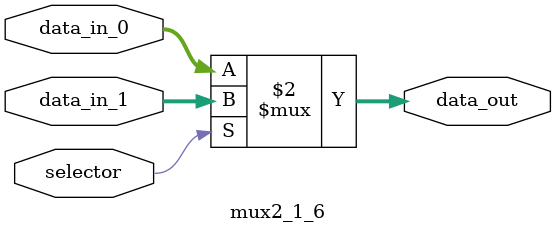
<source format=v>
module mux2_1_6(selector, data_in_0, data_in_1, data_out);
   input     selector;
   input [5:0]  data_in_0;
   input [5:0]  data_in_1;
   output [5:0] data_out;
   
   assign data_out = (selector == 1'b0) ? data_in_0 :  
                     data_in_1;
   
endmodule

</source>
